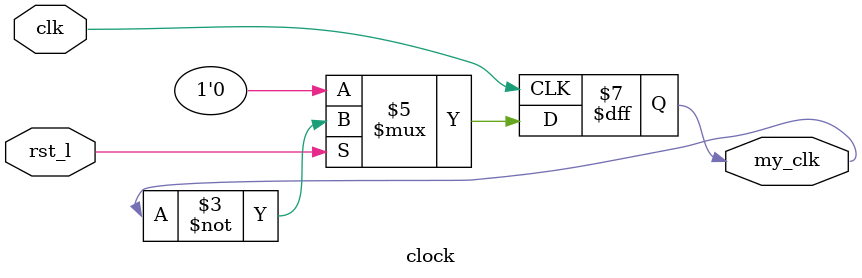
<source format=sv>
module clock (

input logic clk,
input logic rst_l,
output logic my_clk

);


always_ff @(posedge clk) begin
 priority case(1'b1)
 ~rst_l: my_clk = 1'b0;
 default: my_clk = ~my_clk;
 endcase
 end
 
 endmodule
</source>
